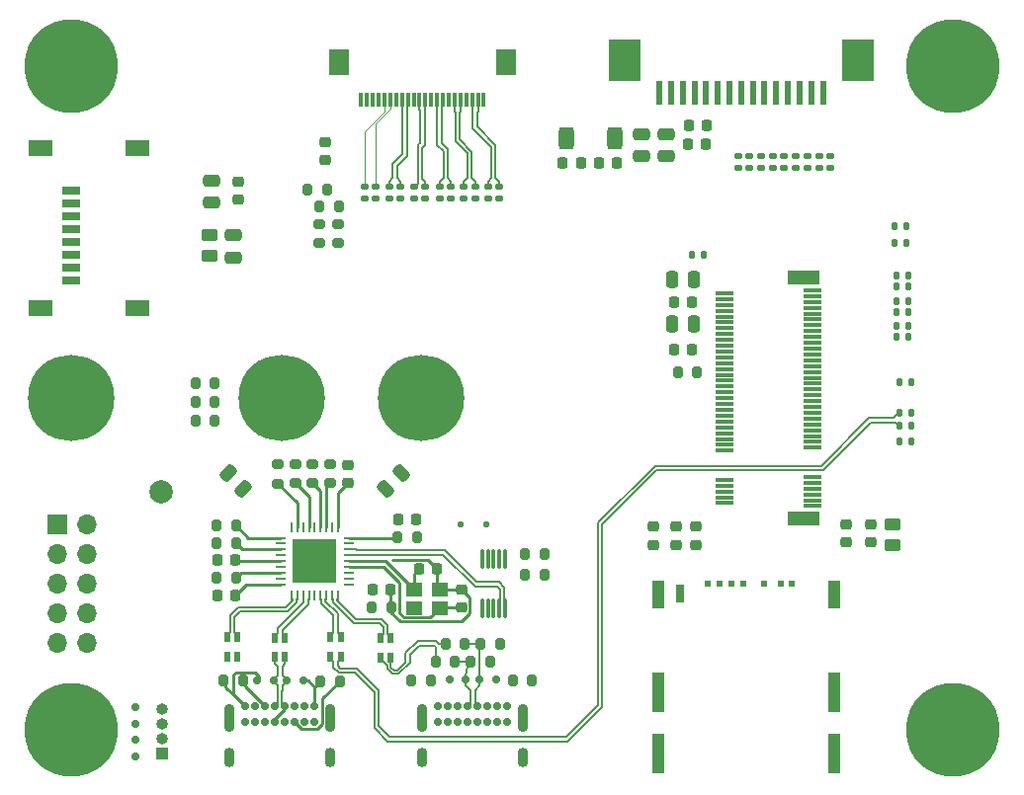
<source format=gbr>
%TF.GenerationSoftware,KiCad,Pcbnew,8.0.3*%
%TF.CreationDate,2024-11-01T12:04:32+00:00*%
%TF.ProjectId,CM4RadarBoard,434d3452-6164-4617-9242-6f6172642e6b,rev?*%
%TF.SameCoordinates,Original*%
%TF.FileFunction,Copper,L6,Bot*%
%TF.FilePolarity,Positive*%
%FSLAX46Y46*%
G04 Gerber Fmt 4.6, Leading zero omitted, Abs format (unit mm)*
G04 Created by KiCad (PCBNEW 8.0.3) date 2024-11-01 12:04:32*
%MOMM*%
%LPD*%
G01*
G04 APERTURE LIST*
G04 Aperture macros list*
%AMRoundRect*
0 Rectangle with rounded corners*
0 $1 Rounding radius*
0 $2 $3 $4 $5 $6 $7 $8 $9 X,Y pos of 4 corners*
0 Add a 4 corners polygon primitive as box body*
4,1,4,$2,$3,$4,$5,$6,$7,$8,$9,$2,$3,0*
0 Add four circle primitives for the rounded corners*
1,1,$1+$1,$2,$3*
1,1,$1+$1,$4,$5*
1,1,$1+$1,$6,$7*
1,1,$1+$1,$8,$9*
0 Add four rect primitives between the rounded corners*
20,1,$1+$1,$2,$3,$4,$5,0*
20,1,$1+$1,$4,$5,$6,$7,0*
20,1,$1+$1,$6,$7,$8,$9,0*
20,1,$1+$1,$8,$9,$2,$3,0*%
G04 Aperture macros list end*
%TA.AperFunction,SMDPad,CuDef*%
%ADD10R,0.550000X0.500000*%
%TD*%
%TA.AperFunction,SMDPad,CuDef*%
%ADD11R,0.800000X1.500000*%
%TD*%
%TA.AperFunction,SMDPad,CuDef*%
%ADD12R,1.000000X2.400000*%
%TD*%
%TA.AperFunction,SMDPad,CuDef*%
%ADD13R,1.000000X3.400000*%
%TD*%
%TA.AperFunction,ComponentPad*%
%ADD14C,7.400000*%
%TD*%
%TA.AperFunction,SMDPad,CuDef*%
%ADD15R,1.550000X0.300000*%
%TD*%
%TA.AperFunction,SMDPad,CuDef*%
%ADD16R,2.750000X1.200000*%
%TD*%
%TA.AperFunction,ComponentPad*%
%ADD17C,0.700000*%
%TD*%
%TA.AperFunction,ComponentPad*%
%ADD18O,0.900000X2.400000*%
%TD*%
%TA.AperFunction,ComponentPad*%
%ADD19O,0.900000X1.700000*%
%TD*%
%TA.AperFunction,ComponentPad*%
%ADD20R,1.700000X1.700000*%
%TD*%
%TA.AperFunction,ComponentPad*%
%ADD21O,1.700000X1.700000*%
%TD*%
%TA.AperFunction,ComponentPad*%
%ADD22C,0.900000*%
%TD*%
%TA.AperFunction,ComponentPad*%
%ADD23C,8.000000*%
%TD*%
%TA.AperFunction,SMDPad,CuDef*%
%ADD24RoundRect,0.135000X-0.185000X0.135000X-0.185000X-0.135000X0.185000X-0.135000X0.185000X0.135000X0*%
%TD*%
%TA.AperFunction,SMDPad,CuDef*%
%ADD25RoundRect,0.250000X0.512652X0.159099X0.159099X0.512652X-0.512652X-0.159099X-0.159099X-0.512652X0*%
%TD*%
%TA.AperFunction,SMDPad,CuDef*%
%ADD26RoundRect,0.135000X-0.135000X-0.185000X0.135000X-0.185000X0.135000X0.185000X-0.135000X0.185000X0*%
%TD*%
%TA.AperFunction,SMDPad,CuDef*%
%ADD27RoundRect,0.225000X0.225000X0.250000X-0.225000X0.250000X-0.225000X-0.250000X0.225000X-0.250000X0*%
%TD*%
%TA.AperFunction,SMDPad,CuDef*%
%ADD28RoundRect,0.150000X0.150000X0.200000X-0.150000X0.200000X-0.150000X-0.200000X0.150000X-0.200000X0*%
%TD*%
%TA.AperFunction,SMDPad,CuDef*%
%ADD29RoundRect,0.250000X0.450000X-0.262500X0.450000X0.262500X-0.450000X0.262500X-0.450000X-0.262500X0*%
%TD*%
%TA.AperFunction,SMDPad,CuDef*%
%ADD30RoundRect,0.200000X-0.200000X-0.275000X0.200000X-0.275000X0.200000X0.275000X-0.200000X0.275000X0*%
%TD*%
%TA.AperFunction,SMDPad,CuDef*%
%ADD31RoundRect,0.225000X-0.250000X0.225000X-0.250000X-0.225000X0.250000X-0.225000X0.250000X0.225000X0*%
%TD*%
%TA.AperFunction,SMDPad,CuDef*%
%ADD32RoundRect,0.025500X0.229500X0.354500X-0.229500X0.354500X-0.229500X-0.354500X0.229500X-0.354500X0*%
%TD*%
%TA.AperFunction,SMDPad,CuDef*%
%ADD33R,0.300000X1.300000*%
%TD*%
%TA.AperFunction,SMDPad,CuDef*%
%ADD34R,1.800000X2.200000*%
%TD*%
%TA.AperFunction,SMDPad,CuDef*%
%ADD35RoundRect,0.225000X0.250000X-0.225000X0.250000X0.225000X-0.250000X0.225000X-0.250000X-0.225000X0*%
%TD*%
%TA.AperFunction,SMDPad,CuDef*%
%ADD36RoundRect,0.150000X-0.200000X0.150000X-0.200000X-0.150000X0.200000X-0.150000X0.200000X0.150000X0*%
%TD*%
%TA.AperFunction,SMDPad,CuDef*%
%ADD37RoundRect,0.250000X0.250000X0.475000X-0.250000X0.475000X-0.250000X-0.475000X0.250000X-0.475000X0*%
%TD*%
%TA.AperFunction,SMDPad,CuDef*%
%ADD38RoundRect,0.225000X-0.225000X-0.250000X0.225000X-0.250000X0.225000X0.250000X-0.225000X0.250000X0*%
%TD*%
%TA.AperFunction,SMDPad,CuDef*%
%ADD39RoundRect,0.135000X0.185000X-0.135000X0.185000X0.135000X-0.185000X0.135000X-0.185000X-0.135000X0*%
%TD*%
%TA.AperFunction,SMDPad,CuDef*%
%ADD40RoundRect,0.150000X-0.150000X-0.200000X0.150000X-0.200000X0.150000X0.200000X-0.150000X0.200000X0*%
%TD*%
%TA.AperFunction,SMDPad,CuDef*%
%ADD41RoundRect,0.200000X0.200000X0.275000X-0.200000X0.275000X-0.200000X-0.275000X0.200000X-0.275000X0*%
%TD*%
%TA.AperFunction,SMDPad,CuDef*%
%ADD42RoundRect,0.087500X-0.087500X0.725000X-0.087500X-0.725000X0.087500X-0.725000X0.087500X0.725000X0*%
%TD*%
%TA.AperFunction,SMDPad,CuDef*%
%ADD43RoundRect,0.135000X0.135000X0.185000X-0.135000X0.185000X-0.135000X-0.185000X0.135000X-0.185000X0*%
%TD*%
%TA.AperFunction,SMDPad,CuDef*%
%ADD44RoundRect,0.200000X0.275000X-0.200000X0.275000X0.200000X-0.275000X0.200000X-0.275000X-0.200000X0*%
%TD*%
%TA.AperFunction,SMDPad,CuDef*%
%ADD45RoundRect,0.249999X-0.387501X-0.700001X0.387501X-0.700001X0.387501X0.700001X-0.387501X0.700001X0*%
%TD*%
%TA.AperFunction,SMDPad,CuDef*%
%ADD46RoundRect,0.250000X-0.475000X0.250000X-0.475000X-0.250000X0.475000X-0.250000X0.475000X0.250000X0*%
%TD*%
%TA.AperFunction,SMDPad,CuDef*%
%ADD47R,1.500000X0.800000*%
%TD*%
%TA.AperFunction,SMDPad,CuDef*%
%ADD48R,2.000000X1.450000*%
%TD*%
%TA.AperFunction,SMDPad,CuDef*%
%ADD49RoundRect,0.250000X0.159099X-0.512652X0.512652X-0.159099X-0.159099X0.512652X-0.512652X0.159099X0*%
%TD*%
%TA.AperFunction,SMDPad,CuDef*%
%ADD50RoundRect,0.200000X-0.275000X0.200000X-0.275000X-0.200000X0.275000X-0.200000X0.275000X0.200000X0*%
%TD*%
%TA.AperFunction,SMDPad,CuDef*%
%ADD51RoundRect,0.250000X0.475000X-0.250000X0.475000X0.250000X-0.475000X0.250000X-0.475000X-0.250000X0*%
%TD*%
%TA.AperFunction,SMDPad,CuDef*%
%ADD52RoundRect,0.062500X0.062500X-0.350000X0.062500X0.350000X-0.062500X0.350000X-0.062500X-0.350000X0*%
%TD*%
%TA.AperFunction,SMDPad,CuDef*%
%ADD53RoundRect,0.062500X0.350000X-0.062500X0.350000X0.062500X-0.350000X0.062500X-0.350000X-0.062500X0*%
%TD*%
%TA.AperFunction,HeatsinkPad*%
%ADD54R,3.700000X3.700000*%
%TD*%
%TA.AperFunction,ComponentPad*%
%ADD55R,1.000000X1.000000*%
%TD*%
%TA.AperFunction,ComponentPad*%
%ADD56O,1.000000X1.000000*%
%TD*%
%TA.AperFunction,SMDPad,CuDef*%
%ADD57RoundRect,0.125000X-0.125000X-0.125000X0.125000X-0.125000X0.125000X0.125000X-0.125000X0.125000X0*%
%TD*%
%TA.AperFunction,SMDPad,CuDef*%
%ADD58R,1.400000X1.200000*%
%TD*%
%TA.AperFunction,SMDPad,CuDef*%
%ADD59R,0.610000X2.000000*%
%TD*%
%TA.AperFunction,SMDPad,CuDef*%
%ADD60R,2.680000X3.600000*%
%TD*%
%TA.AperFunction,SMDPad,CuDef*%
%ADD61RoundRect,0.150000X0.200000X-0.150000X0.200000X0.150000X-0.200000X0.150000X-0.200000X-0.150000X0*%
%TD*%
%TA.AperFunction,SMDPad,CuDef*%
%ADD62C,2.000000*%
%TD*%
%TA.AperFunction,Conductor*%
%ADD63C,0.100000*%
%TD*%
%TA.AperFunction,Conductor*%
%ADD64C,0.250000*%
%TD*%
%TA.AperFunction,Conductor*%
%ADD65C,0.160000*%
%TD*%
%TA.AperFunction,Conductor*%
%ADD66C,0.140000*%
%TD*%
G04 APERTURE END LIST*
D10*
%TO.P,J10,C1,VCC*%
%TO.N,/SIM_PWR*%
X95565000Y-84399000D03*
%TO.P,J10,C2,RST*%
%TO.N,/SIM_RST*%
X97565000Y-84399000D03*
%TO.P,J10,C3,CLK*%
%TO.N,/SIM_CLK*%
X101755000Y-84399000D03*
%TO.P,J10,C5,GND*%
%TO.N,GND*%
X94565000Y-84399000D03*
%TO.P,J10,C6,VPP*%
%TO.N,unconnected-(J10-VPP-PadC6)*%
X96565000Y-84399000D03*
%TO.P,J10,C7,I/O*%
%TO.N,/SIM_DATA*%
X100755000Y-84399000D03*
%TO.P,J10,C8,DETECT_SWITCH*%
%TO.N,/SIM_SW*%
X99350000Y-84399000D03*
D11*
%TO.P,J10,C9,DETECT_LEVER*%
%TO.N,GND*%
X92200000Y-85220000D03*
D12*
%TO.P,J10,MP2,MP3*%
X90300000Y-85300000D03*
D13*
%TO.P,J10,MP3,MP4*%
X90300000Y-93700000D03*
%TO.P,J10,MP4,MP5*%
X90300000Y-98999000D03*
%TO.P,J10,MP5,MP6*%
X105400000Y-98999000D03*
%TO.P,J10,MP6,MP7*%
X105400000Y-93700000D03*
D12*
%TO.P,J10,MP7,MP8*%
X105400000Y-85300000D03*
%TD*%
D14*
%TO.P,J9,1,1*%
%TO.N,GND*%
X70000000Y-68500000D03*
%TD*%
%TO.P,J8,1,1*%
%TO.N,GND*%
X58000000Y-68500000D03*
%TD*%
%TO.P,J7,1,1*%
%TO.N,GND*%
X40000000Y-68500000D03*
%TD*%
D15*
%TO.P,J3,1,CONFIG_3*%
%TO.N,Net-(J3-CONFIG_3)*%
X103506000Y-77750000D03*
%TO.P,J3,2,3.3v*%
%TO.N,+3V3*%
X95956000Y-77500000D03*
%TO.P,J3,3,GND*%
%TO.N,GND*%
X103506000Y-77250000D03*
%TO.P,J3,4,3.3v*%
%TO.N,+3V3*%
X95956000Y-77000000D03*
%TO.P,J3,5,GND*%
%TO.N,GND*%
X103506000Y-76750000D03*
%TO.P,J3,6,PWRn*%
%TO.N,Net-(J3-PWRn)*%
X95956000Y-76500000D03*
%TO.P,J3,7,USB_D_p*%
%TO.N,/CM4HighSpeed/RM2USB_P*%
X103506000Y-76250000D03*
%TO.P,J3,8,W_DISABLE*%
%TO.N,Net-(J3-W_DISABLE)*%
X95956000Y-76000000D03*
%TO.P,J3,9,USB_D_n*%
%TO.N,/CM4HighSpeed/RM2USB_N*%
X103506000Y-75750000D03*
%TO.P,J3,10,GPIO_9*%
%TO.N,Net-(J3-GPIO_9)*%
X95956000Y-75500000D03*
%TO.P,J3,11,GND*%
%TO.N,GND*%
X103506000Y-75250000D03*
%TO.P,J3,20,GPIO_5*%
%TO.N,unconnected-(J3-GPIO_5-Pad20)*%
X95956000Y-73000000D03*
%TO.P,J3,21,CONFIG_0*%
%TO.N,Net-(J3-CONFIG_0)*%
X103506000Y-72750000D03*
%TO.P,J3,22,GPIO_6*%
%TO.N,unconnected-(J3-GPIO_6-Pad22)*%
X95956000Y-72500000D03*
%TO.P,J3,23,GPIO_11*%
%TO.N,Net-(J3-GPIO_11)*%
X103506000Y-72250000D03*
%TO.P,J3,24,GPIO_7*%
%TO.N,unconnected-(J3-GPIO_7-Pad24)*%
X95956000Y-72000000D03*
%TO.P,J3,25,DPR*%
%TO.N,unconnected-(J3-DPR-Pad25)*%
X103506000Y-71750000D03*
%TO.P,J3,26,GPIO_10*%
%TO.N,Net-(J3-GPIO_10)*%
X95956000Y-71500000D03*
%TO.P,J3,27,GND*%
%TO.N,GND*%
X103506000Y-71250000D03*
%TO.P,J3,28,GPIO_8*%
%TO.N,unconnected-(J3-GPIO_8-Pad28)*%
X95956000Y-71000000D03*
%TO.P,J3,29,PER1_n*%
%TO.N,unconnected-(J3-PER1_n-Pad29)*%
X103506000Y-70750000D03*
%TO.P,J3,30,UIM_RST*%
%TO.N,/SIM_PWR*%
X95956000Y-70500000D03*
%TO.P,J3,31,PER1_p*%
%TO.N,unconnected-(J3-PER1_p-Pad31)*%
X103506000Y-70250000D03*
%TO.P,J3,32,UIM_CLK*%
%TO.N,/SIM_DATA*%
X95956000Y-70000000D03*
%TO.P,J3,33,GND*%
%TO.N,GND*%
X103506000Y-69750000D03*
%TO.P,J3,34,UIM_DATA*%
%TO.N,/SIM_CLK*%
X95956000Y-69500000D03*
%TO.P,J3,35,PET1_n*%
%TO.N,unconnected-(J3-PET1_n-Pad35)*%
X103506000Y-69250000D03*
%TO.P,J3,36,UIM_PWR*%
%TO.N,/SIM_RST*%
X95956000Y-69000000D03*
%TO.P,J3,37,PET1_p*%
%TO.N,unconnected-(J3-PET1_p-Pad37)*%
X103506000Y-68750000D03*
%TO.P,J3,38,DEVSLP*%
%TO.N,unconnected-(J3-DEVSLP-Pad38)*%
X95956000Y-68500000D03*
%TO.P,J3,39,GND*%
%TO.N,GND*%
X103506000Y-68250000D03*
%TO.P,J3,40,GPIO_0*%
%TO.N,Net-(J3-GPIO_0)*%
X95956000Y-68000000D03*
%TO.P,J3,41,PER0_n*%
%TO.N,/CM4HighSpeed/RPCIE_RX_N*%
X103506000Y-67750000D03*
%TO.P,J3,42,GPIO_1*%
%TO.N,Net-(J3-GPIO_1)*%
X95956000Y-67500000D03*
%TO.P,J3,43,PER0_p*%
%TO.N,/CM4HighSpeed/RPCIE_RX_P*%
X103506000Y-67250000D03*
%TO.P,J3,44,GPIO_2*%
%TO.N,Net-(J3-GPIO_2)*%
X95956000Y-67000000D03*
%TO.P,J3,45,GND*%
%TO.N,GND*%
X103506000Y-66750000D03*
%TO.P,J3,46,GPIO_3*%
%TO.N,Net-(J3-GPIO_3)*%
X95956000Y-66500000D03*
%TO.P,J3,47,PET0_n*%
%TO.N,/CM4HighSpeed/RPCIE_TX_N*%
X103506000Y-66250000D03*
%TO.P,J3,48,GPIO_4*%
%TO.N,Net-(J3-GPIO_4)*%
X95956000Y-66000000D03*
%TO.P,J3,49,PET0_p*%
%TO.N,/CM4HighSpeed/RPCIE_TX_P*%
X103506000Y-65750000D03*
%TO.P,J3,50,PERSTn*%
%TO.N,/CM4HighSpeed/PCIE_nRST*%
X95956000Y-65500000D03*
%TO.P,J3,51,GND*%
%TO.N,GND*%
X103506000Y-65250000D03*
%TO.P,J3,52,CLKREQn*%
%TO.N,/CM4HighSpeed/PCIE_nCLKREQ*%
X95956000Y-65000000D03*
%TO.P,J3,53,REFCLK_n*%
%TO.N,/CM4HighSpeed/RPCIE_CK_N*%
X103506000Y-64750000D03*
%TO.P,J3,54,PEWAKEn*%
%TO.N,Net-(J3-PEWAKEn)*%
X95956000Y-64500000D03*
%TO.P,J3,55,REFCLK_p*%
%TO.N,/CM4HighSpeed/RPCIE_CK_P*%
X103506000Y-64250000D03*
%TO.P,J3,56,N/C*%
%TO.N,unconnected-(J3-N{slash}C-Pad56)*%
X95956000Y-64000000D03*
%TO.P,J3,57,GND*%
%TO.N,GND*%
X103506000Y-63750000D03*
%TO.P,J3,58,N/C*%
%TO.N,unconnected-(J3-N{slash}C-Pad58)*%
X95956000Y-63500000D03*
%TO.P,J3,59,ANTCTL0*%
%TO.N,unconnected-(J3-ANTCTL0-Pad59)*%
X103506000Y-63250000D03*
%TO.P,J3,60,COEX3*%
%TO.N,unconnected-(J3-COEX3-Pad60)*%
X95956000Y-63000000D03*
%TO.P,J3,61,ANTCTL1*%
%TO.N,unconnected-(J3-ANTCTL1-Pad61)*%
X103506000Y-62750000D03*
%TO.P,J3,62,COEX2*%
%TO.N,unconnected-(J3-COEX2-Pad62)*%
X95956000Y-62500000D03*
%TO.P,J3,63,ANTCTL2*%
%TO.N,unconnected-(J3-ANTCTL2-Pad63)*%
X103506000Y-62250000D03*
%TO.P,J3,64,COEX1*%
%TO.N,unconnected-(J3-COEX1-Pad64)*%
X95956000Y-62000000D03*
%TO.P,J3,65,ANTCTL3*%
%TO.N,unconnected-(J3-ANTCTL3-Pad65)*%
X103506000Y-61750000D03*
%TO.P,J3,66,SIM_DETECT*%
%TO.N,Net-(J3-SIM_DETECT)*%
X95956000Y-61500000D03*
%TO.P,J3,67,RESETn*%
%TO.N,Net-(J3-RESETn)*%
X103506000Y-61250000D03*
%TO.P,J3,68,SUSCLK*%
%TO.N,Net-(J3-SUSCLK)*%
X95956000Y-61000000D03*
%TO.P,J3,69,CONFIG_1*%
%TO.N,Net-(J3-CONFIG_1)*%
X103506000Y-60750000D03*
%TO.P,J3,70,3.3v*%
%TO.N,+3V3*%
X95956000Y-60500000D03*
%TO.P,J3,71,GND*%
%TO.N,GND*%
X103506000Y-60250000D03*
%TO.P,J3,72,3.3v*%
%TO.N,+3V3*%
X95956000Y-60000000D03*
%TO.P,J3,73,GND*%
%TO.N,GND*%
X103506000Y-59750000D03*
%TO.P,J3,74,3.3v*%
%TO.N,+3V3*%
X95956000Y-59500000D03*
%TO.P,J3,75,CONFIG_2*%
%TO.N,Net-(J3-CONFIG_2)*%
X103506000Y-59250000D03*
D16*
%TO.P,J3,MP1,MP1*%
%TO.N,GND*%
X102731000Y-78850000D03*
%TO.P,J3,MP2,MP2*%
X102731000Y-58150000D03*
%TD*%
D17*
%TO.P,J13,A1,GND*%
%TO.N,GND*%
X71435000Y-94925000D03*
%TO.P,J13,A4,VBUS*%
%TO.N,/USB/USBDevAttach*%
X72285000Y-94925000D03*
%TO.P,J13,A5,CC1*%
%TO.N,Net-(J13-CC1)*%
X73135000Y-94925000D03*
%TO.P,J13,A6,D+*%
%TO.N,/USB/USBDev_P*%
X73985000Y-94925000D03*
%TO.P,J13,A7,D-*%
%TO.N,/USB/USBDev_N*%
X74835000Y-94925000D03*
%TO.P,J13,A8,SBU1*%
%TO.N,unconnected-(J13-SBU1-PadA8)*%
X75685000Y-94925000D03*
%TO.P,J13,A9,VBUS*%
%TO.N,/USB/USBDevAttach*%
X76535000Y-94925000D03*
%TO.P,J13,A12,GND*%
%TO.N,GND*%
X77385000Y-94925000D03*
%TO.P,J13,B1,GND*%
X77385000Y-96275000D03*
%TO.P,J13,B4,VBUS*%
%TO.N,/USB/USBDevAttach*%
X76535000Y-96275000D03*
%TO.P,J13,B5,CC2*%
%TO.N,Net-(J13-CC2)*%
X75685000Y-96275000D03*
%TO.P,J13,B6,D+*%
%TO.N,/USB/USBDev_P*%
X74835000Y-96275000D03*
%TO.P,J13,B7,D-*%
%TO.N,/USB/USBDev_N*%
X73985000Y-96275000D03*
%TO.P,J13,B8,SBU2*%
%TO.N,unconnected-(J13-SBU2-PadB8)*%
X73135000Y-96275000D03*
%TO.P,J13,B9,VBUS*%
%TO.N,/USB/USBDevAttach*%
X72285000Y-96275000D03*
%TO.P,J13,B12,GND*%
%TO.N,GND*%
X71435000Y-96275000D03*
D18*
%TO.P,J13,S1,SHIELD*%
%TO.N,unconnected-(J13-SHIELD-PadS1)*%
X70085000Y-95905000D03*
D19*
X70085000Y-99285000D03*
D18*
X78735000Y-95905000D03*
D19*
X78735000Y-99285000D03*
%TD*%
D20*
%TO.P,J6,1,Pin_1*%
%TO.N,unconnected-(J6-Pin_1-Pad1)*%
X38860000Y-79340000D03*
D21*
%TO.P,J6,2,Pin_2*%
%TO.N,unconnected-(J6-Pin_2-Pad2)*%
X41400000Y-79340000D03*
%TO.P,J6,3,Pin_3*%
%TO.N,unconnected-(J6-Pin_3-Pad3)*%
X38860000Y-81880000D03*
%TO.P,J6,4,Pin_4*%
%TO.N,unconnected-(J6-Pin_4-Pad4)*%
X41400000Y-81880000D03*
%TO.P,J6,5,Pin_5*%
%TO.N,unconnected-(J6-Pin_5-Pad5)*%
X38860000Y-84420000D03*
%TO.P,J6,6,Pin_6*%
%TO.N,unconnected-(J6-Pin_6-Pad6)*%
X41400000Y-84420000D03*
%TO.P,J6,7,Pin_7*%
%TO.N,unconnected-(J6-Pin_7-Pad7)*%
X38860000Y-86960000D03*
%TO.P,J6,8,Pin_8*%
%TO.N,unconnected-(J6-Pin_8-Pad8)*%
X41400000Y-86960000D03*
%TO.P,J6,9,Pin_9*%
%TO.N,unconnected-(J6-Pin_9-Pad9)*%
X38860000Y-89500000D03*
%TO.P,J6,10,Pin_10*%
%TO.N,unconnected-(J6-Pin_10-Pad10)*%
X41400000Y-89500000D03*
%TD*%
D22*
%TO.P,H2,1,1*%
%TO.N,GND*%
X112552300Y-40000000D03*
X113430980Y-37878680D03*
X113430980Y-42121320D03*
X115552300Y-37000000D03*
D23*
X115552300Y-40000000D03*
D22*
X115552300Y-43000000D03*
X117673620Y-37878680D03*
X117673620Y-42121320D03*
X118552300Y-40000000D03*
%TD*%
D17*
%TO.P,J12,A1,GND*%
%TO.N,GND*%
X54915000Y-94925000D03*
%TO.P,J12,A4,VBUS*%
%TO.N,Net-(D6-A)*%
X55765000Y-94925000D03*
%TO.P,J12,A5,CC1*%
%TO.N,Net-(J12-CC1)*%
X56615000Y-94925000D03*
%TO.P,J12,A6,D+*%
%TO.N,/USB/USBHOST0_P*%
X57465000Y-94925000D03*
%TO.P,J12,A7,D-*%
%TO.N,/USB/USBHOST0_N*%
X58315000Y-94925000D03*
%TO.P,J12,A8,SBU1*%
%TO.N,unconnected-(J12-SBU1-PadA8)*%
X59165000Y-94925000D03*
%TO.P,J12,A9,VBUS*%
%TO.N,Net-(D6-A)*%
X60015000Y-94925000D03*
%TO.P,J12,A12,GND*%
%TO.N,GND*%
X60865000Y-94925000D03*
%TO.P,J12,B1,GND*%
X60865000Y-96275000D03*
%TO.P,J12,B4,VBUS*%
%TO.N,Net-(D6-A)*%
X60015000Y-96275000D03*
%TO.P,J12,B5,CC2*%
%TO.N,Net-(J12-CC2)*%
X59165000Y-96275000D03*
%TO.P,J12,B6,D+*%
%TO.N,/USB/USBHOST0_P*%
X58315000Y-96275000D03*
%TO.P,J12,B7,D-*%
%TO.N,/USB/USBHOST0_N*%
X57465000Y-96275000D03*
%TO.P,J12,B8,SBU2*%
%TO.N,unconnected-(J12-SBU2-PadB8)*%
X56615000Y-96275000D03*
%TO.P,J12,B9,VBUS*%
%TO.N,Net-(D6-A)*%
X55765000Y-96275000D03*
%TO.P,J12,B12,GND*%
%TO.N,GND*%
X54915000Y-96275000D03*
D18*
%TO.P,J12,S1,SHIELD*%
%TO.N,unconnected-(J12-SHIELD-PadS1)*%
X53565000Y-95905000D03*
D19*
X53565000Y-99285000D03*
D18*
X62215000Y-95905000D03*
D19*
X62215000Y-99285000D03*
%TD*%
D22*
%TO.P,H1,1,1*%
%TO.N,GND*%
X37000000Y-40000000D03*
X37878680Y-37878680D03*
X37878680Y-42121320D03*
X40000000Y-37000000D03*
D23*
X40000000Y-40000000D03*
D22*
X40000000Y-43000000D03*
X42121320Y-37878680D03*
X42121320Y-42121320D03*
X43000000Y-40000000D03*
%TD*%
%TO.P,H3,1,1*%
%TO.N,GND*%
X37000000Y-96896000D03*
X37878680Y-94774680D03*
X37878680Y-99017320D03*
X40000000Y-93896000D03*
D23*
X40000000Y-96896000D03*
D22*
X40000000Y-99896000D03*
X42121320Y-94774680D03*
X42121320Y-99017320D03*
X43000000Y-96896000D03*
%TD*%
%TO.P,H4,1,1*%
%TO.N,GND*%
X112552300Y-96896000D03*
X113430980Y-94774680D03*
X113430980Y-99017320D03*
X115552300Y-93896000D03*
D23*
X115552300Y-96896000D03*
D22*
X115552300Y-99896000D03*
X117673620Y-94774680D03*
X117673620Y-99017320D03*
X118552300Y-96896000D03*
%TD*%
D24*
%TO.P,R48,1*%
%TO.N,/CM4LowSpeed/CAM1_PGOOD*%
X102050000Y-47730000D03*
%TO.P,R48,2*%
%TO.N,Net-(J4-Pin_12)*%
X102050000Y-48750000D03*
%TD*%
%TO.P,R44,1*%
%TO.N,/CM4LowSpeed/CAM1_MISO*%
X98130000Y-47710000D03*
%TO.P,R44,2*%
%TO.N,Net-(J4-Pin_8)*%
X98130000Y-48730000D03*
%TD*%
D25*
%TO.P,C59,1*%
%TO.N,+3V3*%
X54771751Y-76271751D03*
%TO.P,C59,2*%
%TO.N,GND*%
X53428249Y-74928249D03*
%TD*%
D26*
%TO.P,R29,1*%
%TO.N,/SIM_SW*%
X93204000Y-56220000D03*
%TO.P,R29,2*%
%TO.N,Net-(J3-SIM_DETECT)*%
X94224000Y-56220000D03*
%TD*%
D27*
%TO.P,C14,1*%
%TO.N,+5VRadar1*%
X86775000Y-48300000D03*
%TO.P,C14,2*%
%TO.N,GND*%
X85225000Y-48300000D03*
%TD*%
D28*
%TO.P,D8,1,K*%
%TO.N,/USB/USBDev_N*%
X75000000Y-92590000D03*
%TO.P,D8,2,A*%
%TO.N,GND*%
X76400000Y-92590000D03*
%TD*%
D29*
%TO.P,C65,1*%
%TO.N,/SIM_PWR*%
X110400000Y-81112500D03*
%TO.P,C65,2*%
%TO.N,GND*%
X110400000Y-79287500D03*
%TD*%
D30*
%TO.P,R91,1*%
%TO.N,/USB/USBHOST1_P*%
X71235000Y-91120000D03*
%TO.P,R91,2*%
%TO.N,/USB/USBDev_P*%
X72885000Y-91120000D03*
%TD*%
D31*
%TO.P,C53,1*%
%TO.N,/SIM_CLK*%
X106400000Y-79325000D03*
%TO.P,C53,2*%
%TO.N,GND*%
X106400000Y-80875000D03*
%TD*%
D30*
%TO.P,R98,1*%
%TO.N,Net-(U2-SUSP_IND{slash}LOCAL_PWR{slash}NON_REM0)*%
X67975000Y-80400000D03*
%TO.P,R98,2*%
%TO.N,GND*%
X69625000Y-80400000D03*
%TD*%
D32*
%TO.P,FL4,1,1*%
%TO.N,/USB/USBHUB3_N*%
X54235000Y-88965000D03*
%TO.P,FL4,2,2*%
%TO.N,/USB/USBHOST2_N*%
X54235000Y-90635000D03*
%TO.P,FL4,3,3*%
%TO.N,/USB/USBHOST2_P*%
X53365000Y-90635000D03*
%TO.P,FL4,4,4*%
%TO.N,/USB/USBHUB3_P*%
X53365000Y-88965000D03*
%TD*%
D33*
%TO.P,J2,1,Pin_1*%
%TO.N,+3V3*%
X64850000Y-42950000D03*
%TO.P,J2,2,Pin_2*%
%TO.N,/CAM1_SDA*%
X65350000Y-42950000D03*
%TO.P,J2,3,Pin_3*%
%TO.N,/CAM1_SCL*%
X65850000Y-42950000D03*
%TO.P,J2,4,Pin_4*%
%TO.N,GND*%
X66350000Y-42950000D03*
%TO.P,J2,5,Pin_5*%
%TO.N,Net-(J2-Pin_5)*%
X66850000Y-42950000D03*
%TO.P,J2,6,Pin_6*%
%TO.N,Net-(J2-Pin_6)*%
X67350000Y-42950000D03*
%TO.P,J2,7,Pin_7*%
%TO.N,GND*%
X67850000Y-42950000D03*
%TO.P,J2,8,Pin_8*%
%TO.N,/CM4HighSpeed/RCAM1_D3_P*%
X68350000Y-42950000D03*
%TO.P,J2,9,Pin_9*%
%TO.N,/CM4HighSpeed/RCAM1_D3_N*%
X68850000Y-42950000D03*
%TO.P,J2,10,Pin_10*%
%TO.N,GND*%
X69350000Y-42950000D03*
%TO.P,J2,11,Pin_11*%
%TO.N,/CM4HighSpeed/RCAM1_D2_P*%
X69850000Y-42950000D03*
%TO.P,J2,12,Pin_12*%
%TO.N,/CM4HighSpeed/RCAM1_D2_N*%
X70350000Y-42950000D03*
%TO.P,J2,13,Pin_13*%
%TO.N,GND*%
X70850000Y-42950000D03*
%TO.P,J2,14,Pin_14*%
%TO.N,/CM4HighSpeed/RCAM1_CK_P*%
X71350000Y-42950000D03*
%TO.P,J2,15,Pin_15*%
%TO.N,/CM4HighSpeed/RCAM1_CK_N*%
X71850000Y-42950000D03*
%TO.P,J2,16,Pin_16*%
%TO.N,GND*%
X72350000Y-42950000D03*
%TO.P,J2,17,Pin_17*%
%TO.N,/CM4HighSpeed/RCAM1_D1_P*%
X72850000Y-42950000D03*
%TO.P,J2,18,Pin_18*%
%TO.N,/CM4HighSpeed/RCAM1_D1_N*%
X73350000Y-42950000D03*
%TO.P,J2,19,Pin_19*%
%TO.N,GND*%
X73850000Y-42950000D03*
%TO.P,J2,20,Pin_20*%
%TO.N,/CM4HighSpeed/RCAM1_D0_P*%
X74350000Y-42950000D03*
%TO.P,J2,21,Pin_21*%
%TO.N,/CM4HighSpeed/RCAM1_D0_N*%
X74850000Y-42950000D03*
%TO.P,J2,22,Pin_22*%
%TO.N,GND*%
X75350000Y-42950000D03*
D34*
%TO.P,J2,MP,MountPin*%
X62950000Y-39700000D03*
X77250000Y-39700000D03*
%TD*%
D35*
%TO.P,C61,1*%
%TO.N,+3V3*%
X63700000Y-75775000D03*
%TO.P,C61,2*%
%TO.N,GND*%
X63700000Y-74225000D03*
%TD*%
D24*
%TO.P,R46,1*%
%TO.N,/CM4LowSpeed/CAM1_SYNCIN*%
X100110000Y-47710000D03*
%TO.P,R46,2*%
%TO.N,Net-(J4-Pin_10)*%
X100110000Y-48730000D03*
%TD*%
D36*
%TO.P,D11,1,K*%
%TO.N,/USB/USBHOST2_P*%
X45500000Y-96400000D03*
%TO.P,D11,2,A*%
%TO.N,GND*%
X45500000Y-95000000D03*
%TD*%
D37*
%TO.P,C3,1*%
%TO.N,+3V3*%
X93350000Y-58300000D03*
%TO.P,C3,2*%
%TO.N,GND*%
X91450000Y-58300000D03*
%TD*%
D38*
%TO.P,C12,1*%
%TO.N,Net-(Q4-D)*%
X82125000Y-48300000D03*
%TO.P,C12,2*%
%TO.N,GND*%
X83675000Y-48300000D03*
%TD*%
D35*
%TO.P,C55,1*%
%TO.N,Net-(U2-XTALIN{slash}CLKIN)*%
X73430000Y-86465000D03*
%TO.P,C55,2*%
%TO.N,GND*%
X73430000Y-84915000D03*
%TD*%
D39*
%TO.P,R17,1*%
%TO.N,/CM4HighSpeed/CAM1_LED_EN*%
X65150000Y-51410000D03*
%TO.P,R17,2*%
%TO.N,Net-(J2-Pin_5)*%
X65150000Y-50390000D03*
%TD*%
D27*
%TO.P,C58,1*%
%TO.N,Net-(U2-CRFILT)*%
X54075000Y-82400000D03*
%TO.P,C58,2*%
%TO.N,GND*%
X52525000Y-82400000D03*
%TD*%
D40*
%TO.P,D4,1,K*%
%TO.N,/USB/USBHOST0_P*%
X57350000Y-92720000D03*
%TO.P,D4,2,A*%
%TO.N,GND*%
X55950000Y-92720000D03*
%TD*%
D41*
%TO.P,R66,1*%
%TO.N,/CAM1_SCL*%
X62925000Y-52100000D03*
%TO.P,R66,2*%
%TO.N,+3V3*%
X61275000Y-52100000D03*
%TD*%
D26*
%TO.P,R40,1*%
%TO.N,/CM4HighSpeed/RPCIE_CK_P*%
X110674000Y-58010000D03*
%TO.P,R40,2*%
%TO.N,/CM4HighSpeed/PCIE_CK_P*%
X111694000Y-58010000D03*
%TD*%
D28*
%TO.P,D7,1,K*%
%TO.N,/USB/USBHOST0_N*%
X58472500Y-92720000D03*
%TO.P,D7,2,A*%
%TO.N,GND*%
X59872500Y-92720000D03*
%TD*%
D39*
%TO.P,R27,1*%
%TO.N,/CM4HighSpeed/CAM1_D0_P*%
X75700000Y-51410000D03*
%TO.P,R27,2*%
%TO.N,/CM4HighSpeed/RCAM1_D0_P*%
X75700000Y-50390000D03*
%TD*%
D42*
%TO.P,U1,1,VCC*%
%TO.N,+3V3*%
X75200000Y-82287500D03*
%TO.P,U1,2,SEL*%
%TO.N,/USB_OTG*%
X75700000Y-82287500D03*
%TO.P,U1,3,D+*%
%TO.N,/USB2_P*%
X76200000Y-82287500D03*
%TO.P,U1,4,D-*%
%TO.N,/USB2_N*%
X76700000Y-82287500D03*
%TO.P,U1,5,GND*%
%TO.N,GND*%
X77200000Y-82287500D03*
%TO.P,U1,6,HSD1-*%
%TO.N,/USB/USBHub_N*%
X77200000Y-86512500D03*
%TO.P,U1,7,HSD1+*%
%TO.N,/USB/USBHub_P*%
X76700000Y-86512500D03*
%TO.P,U1,8,HSD2-*%
%TO.N,/USB/RUSBDev_N*%
X76200000Y-86512500D03*
%TO.P,U1,9,HSD2+*%
%TO.N,/USB/RUSBDev_P*%
X75700000Y-86512500D03*
%TO.P,U1,10,~{OE}*%
%TO.N,GND*%
X75200000Y-86512500D03*
%TD*%
D29*
%TO.P,R82,1*%
%TO.N,+3V3*%
X51900000Y-56312500D03*
%TO.P,R82,2*%
%TO.N,Net-(J11-VDD)*%
X51900000Y-54487500D03*
%TD*%
D39*
%TO.P,R24,1*%
%TO.N,/CM4HighSpeed/CAM1_CK_N*%
X72550000Y-51410000D03*
%TO.P,R24,2*%
%TO.N,/CM4HighSpeed/RCAM1_CK_N*%
X72550000Y-50390000D03*
%TD*%
D24*
%TO.P,R49,1*%
%TO.N,/CM4LowSpeed/CAM1_MOSI*%
X103050000Y-47730000D03*
%TO.P,R49,2*%
%TO.N,Net-(J4-Pin_13)*%
X103050000Y-48750000D03*
%TD*%
D38*
%TO.P,C57,1*%
%TO.N,Net-(U2-PLLFILT)*%
X65825000Y-84900000D03*
%TO.P,C57,2*%
%TO.N,GND*%
X67375000Y-84900000D03*
%TD*%
D24*
%TO.P,R47,1*%
%TO.N,/CM4LowSpeed/CAM1_nRESET*%
X101070000Y-47730000D03*
%TO.P,R47,2*%
%TO.N,Net-(J4-Pin_11)*%
X101070000Y-48750000D03*
%TD*%
D26*
%TO.P,R31,1*%
%TO.N,Net-(J3-CONFIG_3)*%
X110984000Y-72230000D03*
%TO.P,R31,2*%
%TO.N,+3V3*%
X112004000Y-72230000D03*
%TD*%
D43*
%TO.P,R33,1*%
%TO.N,/CM4HighSpeed/RM2USB_N*%
X111944000Y-69760000D03*
%TO.P,R33,2*%
%TO.N,/M2USB_N*%
X110924000Y-69760000D03*
%TD*%
D30*
%TO.P,R92,1*%
%TO.N,/USB/USBDev_P*%
X74245000Y-91120000D03*
%TO.P,R92,2*%
%TO.N,/USB/RUSBDev_P*%
X75895000Y-91120000D03*
%TD*%
D39*
%TO.P,R26,1*%
%TO.N,/CM4HighSpeed/CAM1_D1_N*%
X74630000Y-51410000D03*
%TO.P,R26,2*%
%TO.N,/CM4HighSpeed/RCAM1_D1_N*%
X74630000Y-50390000D03*
%TD*%
D44*
%TO.P,R97,1*%
%TO.N,Net-(U2-SDA{slash}SMBDATA{slash}NON_REM1)*%
X59200000Y-75800000D03*
%TO.P,R97,2*%
%TO.N,GND*%
X59200000Y-74150000D03*
%TD*%
D45*
%TO.P,FB1,1*%
%TO.N,Net-(Q4-D)*%
X82387500Y-46200000D03*
%TO.P,FB1,2*%
%TO.N,+5VRadar1*%
X86612500Y-46200000D03*
%TD*%
D30*
%TO.P,R102,1*%
%TO.N,+3V3*%
X52475000Y-80900000D03*
%TO.P,R102,2*%
%TO.N,Net-(U2-PRTPWR2{slash}BC_EN2)*%
X54125000Y-80900000D03*
%TD*%
D35*
%TO.P,C2,1*%
%TO.N,+3V3*%
X61769998Y-48095000D03*
%TO.P,C2,2*%
%TO.N,GND*%
X61769998Y-46545000D03*
%TD*%
D41*
%TO.P,R85,1*%
%TO.N,Net-(J12-CC2)*%
X63025000Y-92750000D03*
%TO.P,R85,2*%
%TO.N,GND*%
X61375000Y-92750000D03*
%TD*%
D43*
%TO.P,R36,1*%
%TO.N,/CM4HighSpeed/RPCIE_RX_P*%
X111704000Y-62300000D03*
%TO.P,R36,2*%
%TO.N,/CM4HighSpeed/PCIE_RX_P*%
X110684000Y-62300000D03*
%TD*%
D46*
%TO.P,C17,1*%
%TO.N,+5VRadar1*%
X88900000Y-45850000D03*
%TO.P,C17,2*%
%TO.N,GND*%
X88900000Y-47750000D03*
%TD*%
D30*
%TO.P,R84,1*%
%TO.N,/USB_OTG*%
X78875000Y-81900000D03*
%TO.P,R84,2*%
%TO.N,GND*%
X80525000Y-81900000D03*
%TD*%
D41*
%TO.P,R83,1*%
%TO.N,/USB/USBDevAttach*%
X80525000Y-83600000D03*
%TO.P,R83,2*%
%TO.N,/USB_OTG*%
X78875000Y-83600000D03*
%TD*%
D39*
%TO.P,R21,1*%
%TO.N,/CM4HighSpeed/CAM1_D2_P*%
X69400000Y-51410000D03*
%TO.P,R21,2*%
%TO.N,/CM4HighSpeed/RCAM1_D2_P*%
X69400000Y-50390000D03*
%TD*%
D47*
%TO.P,J11,1,DAT2*%
%TO.N,/SD_D2*%
X40000000Y-50700000D03*
%TO.P,J11,2,DAT3/CD*%
%TO.N,/SD_D3*%
X40000000Y-51800000D03*
%TO.P,J11,3,CMD*%
%TO.N,/SD_CMD*%
X40000000Y-52900000D03*
%TO.P,J11,4,VDD*%
%TO.N,Net-(J11-VDD)*%
X40000000Y-54000000D03*
%TO.P,J11,5,CLK*%
%TO.N,/SD_CLK*%
X40000000Y-55100000D03*
%TO.P,J11,6,VSS*%
%TO.N,GND*%
X40000000Y-56200000D03*
%TO.P,J11,7,DAT0*%
%TO.N,/SD_D0*%
X40000000Y-57300000D03*
%TO.P,J11,8,DAT1*%
%TO.N,/SD_D1*%
X40000000Y-58400000D03*
D48*
%TO.P,J11,9,SHIELD*%
%TO.N,GND*%
X45700000Y-47025000D03*
X37400000Y-47025000D03*
X45700000Y-60775000D03*
X37400000Y-60775000D03*
%TD*%
D31*
%TO.P,C52,1*%
%TO.N,/SIM_RST*%
X93500000Y-79525000D03*
%TO.P,C52,2*%
%TO.N,GND*%
X93500000Y-81075000D03*
%TD*%
D26*
%TO.P,R35,1*%
%TO.N,/CM4HighSpeed/RPCIE_RX_N*%
X110684000Y-63240000D03*
%TO.P,R35,2*%
%TO.N,/CM4HighSpeed/PCIE_RX_N*%
X111704000Y-63240000D03*
%TD*%
D27*
%TO.P,C6,1*%
%TO.N,+3V3*%
X93175000Y-64300000D03*
%TO.P,C6,2*%
%TO.N,GND*%
X91625000Y-64300000D03*
%TD*%
D30*
%TO.P,R93,1*%
%TO.N,/USB/USBHOST1_N*%
X72055000Y-89570000D03*
%TO.P,R93,2*%
%TO.N,/USB/USBDev_N*%
X73705000Y-89570000D03*
%TD*%
D49*
%TO.P,C60,1*%
%TO.N,+3V3*%
X66928249Y-76271751D03*
%TO.P,C60,2*%
%TO.N,GND*%
X68271751Y-74928249D03*
%TD*%
D26*
%TO.P,R39,1*%
%TO.N,/CM4HighSpeed/RPCIE_CK_N*%
X110674000Y-58950000D03*
%TO.P,R39,2*%
%TO.N,/CM4HighSpeed/PCIE_CK_N*%
X111694000Y-58950000D03*
%TD*%
D32*
%TO.P,FL3,1,1*%
%TO.N,/USB/USBHUB2_N*%
X58335000Y-89025000D03*
%TO.P,FL3,2,2*%
%TO.N,/USB/USBHOST0_N*%
X58335000Y-90695000D03*
%TO.P,FL3,3,3*%
%TO.N,/USB/USBHOST0_P*%
X57465000Y-90695000D03*
%TO.P,FL3,4,4*%
%TO.N,/USB/USBHUB2_P*%
X57465000Y-89025000D03*
%TD*%
D50*
%TO.P,R16,1*%
%TO.N,/CAM1_SDA*%
X61300000Y-53575000D03*
%TO.P,R16,2*%
%TO.N,/CM4LowSpeed/RCAM1_SDA*%
X61300000Y-55225000D03*
%TD*%
%TO.P,R104,1*%
%TO.N,+3V3*%
X57700000Y-74175000D03*
%TO.P,R104,2*%
%TO.N,Net-(U2-PRTPWR4{slash}BC_EN4)*%
X57700000Y-75825000D03*
%TD*%
D51*
%TO.P,C50,1*%
%TO.N,Net-(J11-VDD)*%
X52000000Y-51750000D03*
%TO.P,C50,2*%
%TO.N,GND*%
X52000000Y-49850000D03*
%TD*%
D30*
%TO.P,R101,1*%
%TO.N,+3V3*%
X52475000Y-83900000D03*
%TO.P,R101,2*%
%TO.N,Net-(U2-PRTPWR1{slash}BC_EN1)*%
X54125000Y-83900000D03*
%TD*%
D39*
%TO.P,R25,1*%
%TO.N,/CM4HighSpeed/CAM1_D1_P*%
X73650000Y-51410000D03*
%TO.P,R25,2*%
%TO.N,/CM4HighSpeed/RCAM1_D1_P*%
X73650000Y-50390000D03*
%TD*%
D37*
%TO.P,C4,1*%
%TO.N,+3V3*%
X93350000Y-62100000D03*
%TO.P,C4,2*%
%TO.N,GND*%
X91450000Y-62100000D03*
%TD*%
D50*
%TO.P,R15,1*%
%TO.N,/CAM1_SCL*%
X62900000Y-53575000D03*
%TO.P,R15,2*%
%TO.N,/CM4LowSpeed/RCAM1_SCL*%
X62900000Y-55225000D03*
%TD*%
D41*
%TO.P,R100,1*%
%TO.N,GND*%
X67425000Y-86400000D03*
%TO.P,R100,2*%
%TO.N,Net-(U2-RBIAS)*%
X65775000Y-86400000D03*
%TD*%
D31*
%TO.P,C51,1*%
%TO.N,/SIM_PWR*%
X91800000Y-79525000D03*
%TO.P,C51,2*%
%TO.N,GND*%
X91800000Y-81075000D03*
%TD*%
D26*
%TO.P,R34,1*%
%TO.N,Net-(J3-CONFIG_0)*%
X110934000Y-67130000D03*
%TO.P,R34,2*%
%TO.N,+3V3*%
X111954000Y-67130000D03*
%TD*%
D52*
%TO.P,U2,1,USBDM_DN1/PRT_DIS_M1*%
%TO.N,/USB/USBHUB0_N*%
X62870000Y-85407500D03*
%TO.P,U2,2,USBDP_DN1/PRT_DIS_P1*%
%TO.N,/USB/USBHUB0_P*%
X62370000Y-85407500D03*
%TO.P,U2,3,USBDM_DN2/PRT_DIS_M2*%
%TO.N,/USB/USBHUB1_N*%
X61870000Y-85407500D03*
%TO.P,U2,4,USBDP_DN2/PRT_DIS_P2*%
%TO.N,/USB/USBHUB1_P*%
X61370000Y-85407500D03*
%TO.P,U2,5,VDDA33*%
%TO.N,+3V3*%
X60870000Y-85407500D03*
%TO.P,U2,6,USBDM_DN3/PRT_DIS_M3*%
%TO.N,/USB/USBHUB2_N*%
X60370000Y-85407500D03*
%TO.P,U2,7,USBDP_DN3/PRT_DIS_P3*%
%TO.N,/USB/USBHUB2_P*%
X59870000Y-85407500D03*
%TO.P,U2,8,USBDM_DN4/PRT_DIS_M4*%
%TO.N,/USB/USBHUB3_N*%
X59370000Y-85407500D03*
%TO.P,U2,9,USBDP_DN4/PRT_DIS_P4*%
%TO.N,/USB/USBHUB3_P*%
X58870000Y-85407500D03*
D53*
%TO.P,U2,10,VDDA33*%
%TO.N,+3V3*%
X57932500Y-84470000D03*
%TO.P,U2,11,TEST*%
%TO.N,unconnected-(U2-TEST-Pad11)*%
X57932500Y-83970000D03*
%TO.P,U2,12,PRTPWR1/BC_EN1*%
%TO.N,Net-(U2-PRTPWR1{slash}BC_EN1)*%
X57932500Y-83470000D03*
%TO.P,U2,13,OCS_N1*%
%TO.N,unconnected-(U2-OCS_N1-Pad13)*%
X57932500Y-82970000D03*
%TO.P,U2,14,CRFILT*%
%TO.N,Net-(U2-CRFILT)*%
X57932500Y-82470000D03*
%TO.P,U2,15,VDD33*%
%TO.N,+3V3*%
X57932500Y-81970000D03*
%TO.P,U2,16,PRTPWR2/BC_EN2*%
%TO.N,Net-(U2-PRTPWR2{slash}BC_EN2)*%
X57932500Y-81470000D03*
%TO.P,U2,17,OCS_N2*%
%TO.N,unconnected-(U2-OCS_N2-Pad17)*%
X57932500Y-80970000D03*
%TO.P,U2,18,PRTPWR3/BC_EN3*%
%TO.N,Net-(U2-PRTPWR3{slash}BC_EN3)*%
X57932500Y-80470000D03*
D52*
%TO.P,U2,19,OCS_N3*%
%TO.N,unconnected-(U2-OCS_N3-Pad19)*%
X58870000Y-79532500D03*
%TO.P,U2,20,PRTPWR4/BC_EN4*%
%TO.N,Net-(U2-PRTPWR4{slash}BC_EN4)*%
X59370000Y-79532500D03*
%TO.P,U2,21,OCS_N4*%
%TO.N,unconnected-(U2-OCS_N4-Pad21)*%
X59870000Y-79532500D03*
%TO.P,U2,22,SDA/SMBDATA/NON_REM1*%
%TO.N,Net-(U2-SDA{slash}SMBDATA{slash}NON_REM1)*%
X60370000Y-79532500D03*
%TO.P,U2,23,VDD33*%
%TO.N,+3V3*%
X60870000Y-79532500D03*
%TO.P,U2,24,SCL/SMBCLK/CFG_SEL0*%
%TO.N,Net-(U2-SCL{slash}SMBCLK{slash}CFG_SEL0)*%
X61370000Y-79532500D03*
%TO.P,U2,25,HS_IND/CFG_SEL1*%
%TO.N,Net-(U2-HS_IND{slash}CFG_SEL1)*%
X61870000Y-79532500D03*
%TO.P,U2,26,RESET_N*%
%TO.N,/nEXTRST*%
X62370000Y-79532500D03*
%TO.P,U2,27,VBUS_DET*%
%TO.N,+3V3*%
X62870000Y-79532500D03*
D53*
%TO.P,U2,28,SUSP_IND/LOCAL_PWR/NON_REM0*%
%TO.N,Net-(U2-SUSP_IND{slash}LOCAL_PWR{slash}NON_REM0)*%
X63807500Y-80470000D03*
%TO.P,U2,29,VDDA33*%
%TO.N,+3V3*%
X63807500Y-80970000D03*
%TO.P,U2,30,USBDM_UP*%
%TO.N,/USB/USBHub_N*%
X63807500Y-81470000D03*
%TO.P,U2,31,USBDP_UP*%
%TO.N,/USB/USBHub_P*%
X63807500Y-81970000D03*
%TO.P,U2,32,XTALOUT*%
%TO.N,Net-(U2-XTALOUT)*%
X63807500Y-82470000D03*
%TO.P,U2,33,XTALIN/CLKIN*%
%TO.N,Net-(U2-XTALIN{slash}CLKIN)*%
X63807500Y-82970000D03*
%TO.P,U2,34,PLLFILT*%
%TO.N,Net-(U2-PLLFILT)*%
X63807500Y-83470000D03*
%TO.P,U2,35,RBIAS*%
%TO.N,Net-(U2-RBIAS)*%
X63807500Y-83970000D03*
%TO.P,U2,36,VDDA33*%
%TO.N,+3V3*%
X63807500Y-84470000D03*
D54*
%TO.P,U2,37,VSS*%
%TO.N,GND*%
X60870000Y-82470000D03*
%TD*%
D26*
%TO.P,R38,1*%
%TO.N,/CM4HighSpeed/RPCIE_TX_P*%
X110684000Y-60150000D03*
%TO.P,R38,2*%
%TO.N,/CM4HighSpeed/PCIE_TX_P*%
X111704000Y-60150000D03*
%TD*%
D30*
%TO.P,R86,1*%
%TO.N,Net-(J13-CC2)*%
X69135000Y-92730000D03*
%TO.P,R86,2*%
%TO.N,GND*%
X70785000Y-92730000D03*
%TD*%
D24*
%TO.P,R45,1*%
%TO.N,/CM4LowSpeed/CAM1_nERROUT*%
X99120000Y-47710000D03*
%TO.P,R45,2*%
%TO.N,Net-(J4-Pin_9)*%
X99120000Y-48730000D03*
%TD*%
D46*
%TO.P,C19,1*%
%TO.N,+5VRadar1*%
X91000000Y-45850000D03*
%TO.P,C19,2*%
%TO.N,GND*%
X91000000Y-47750000D03*
%TD*%
%TO.P,C64,1*%
%TO.N,Net-(J11-VDD)*%
X53900000Y-54550000D03*
%TO.P,C64,2*%
%TO.N,GND*%
X53900000Y-56450000D03*
%TD*%
D27*
%TO.P,C63,1*%
%TO.N,+3V3*%
X54075000Y-85400000D03*
%TO.P,C63,2*%
%TO.N,GND*%
X52525000Y-85400000D03*
%TD*%
D55*
%TO.P,J14,1,Pin_1*%
%TO.N,+5V*%
X47800000Y-99000000D03*
D56*
%TO.P,J14,2,Pin_2*%
%TO.N,/USB/USBHOST2_N*%
X47800000Y-97730000D03*
%TO.P,J14,3,Pin_3*%
%TO.N,/USB/USBHOST2_P*%
X47800000Y-96460000D03*
%TO.P,J14,4,Pin_4*%
%TO.N,GND*%
X47800000Y-95190000D03*
%TD*%
D57*
%TO.P,D2,1,K*%
%TO.N,+3V3*%
X73400000Y-79300000D03*
%TO.P,D2,2,A*%
%TO.N,/USB_OTG*%
X75600000Y-79300000D03*
%TD*%
D38*
%TO.P,C56,1*%
%TO.N,Net-(U2-XTALOUT)*%
X69805000Y-83140000D03*
%TO.P,C56,2*%
%TO.N,GND*%
X71355000Y-83140000D03*
%TD*%
D41*
%TO.P,R67,1*%
%TO.N,/CAM1_SDA*%
X61925000Y-50600000D03*
%TO.P,R67,2*%
%TO.N,+3V3*%
X60275000Y-50600000D03*
%TD*%
D24*
%TO.P,R51,1*%
%TO.N,/CM4LowSpeed/CAM1_CS*%
X105000000Y-47740000D03*
%TO.P,R51,2*%
%TO.N,Net-(J4-Pin_15)*%
X105000000Y-48760000D03*
%TD*%
D38*
%TO.P,C27,1*%
%TO.N,+5VRadar1*%
X92825000Y-46700000D03*
%TO.P,C27,2*%
%TO.N,GND*%
X94375000Y-46700000D03*
%TD*%
D58*
%TO.P,Y1,1,1*%
%TO.N,Net-(U2-XTALIN{slash}CLKIN)*%
X71560000Y-86480000D03*
%TO.P,Y1,2,2*%
%TO.N,GND*%
X69360000Y-86480000D03*
%TO.P,Y1,3,3*%
%TO.N,Net-(U2-XTALOUT)*%
X69360000Y-84880000D03*
%TO.P,Y1,4,4*%
%TO.N,GND*%
X71560000Y-84880000D03*
%TD*%
D39*
%TO.P,R19,1*%
%TO.N,/CM4HighSpeed/CAM1_D3_P*%
X67250000Y-51410000D03*
%TO.P,R19,2*%
%TO.N,/CM4HighSpeed/RCAM1_D3_P*%
X67250000Y-50390000D03*
%TD*%
D27*
%TO.P,C5,1*%
%TO.N,+3V3*%
X93175000Y-60300000D03*
%TO.P,C5,2*%
%TO.N,GND*%
X91625000Y-60300000D03*
%TD*%
D38*
%TO.P,C62,1*%
%TO.N,+3V3*%
X68025000Y-78900000D03*
%TO.P,C62,2*%
%TO.N,GND*%
X69575000Y-78900000D03*
%TD*%
D40*
%TO.P,D5,1,K*%
%TO.N,/USB/USBDev_P*%
X73827500Y-92590000D03*
%TO.P,D5,2,A*%
%TO.N,GND*%
X72427500Y-92590000D03*
%TD*%
D59*
%TO.P,J4,1,Pin_1*%
%TO.N,+5VRadar1*%
X90400000Y-42350000D03*
%TO.P,J4,2,Pin_2*%
X91400000Y-42350000D03*
%TO.P,J4,3,Pin_3*%
X92400000Y-42350000D03*
%TO.P,J4,4,Pin_4*%
%TO.N,GND*%
X93400000Y-42350000D03*
%TO.P,J4,5,Pin_5*%
X94400000Y-42350000D03*
%TO.P,J4,6,Pin_6*%
X95400000Y-42350000D03*
%TO.P,J4,7,Pin_7*%
%TO.N,Net-(J4-Pin_7)*%
X96400000Y-42350000D03*
%TO.P,J4,8,Pin_8*%
%TO.N,Net-(J4-Pin_8)*%
X97400000Y-42350000D03*
%TO.P,J4,9,Pin_9*%
%TO.N,Net-(J4-Pin_9)*%
X98400000Y-42350000D03*
%TO.P,J4,10,Pin_10*%
%TO.N,Net-(J4-Pin_10)*%
X99400000Y-42350000D03*
%TO.P,J4,11,Pin_11*%
%TO.N,Net-(J4-Pin_11)*%
X100400000Y-42350000D03*
%TO.P,J4,12,Pin_12*%
%TO.N,Net-(J4-Pin_12)*%
X101400000Y-42350000D03*
%TO.P,J4,13,Pin_13*%
%TO.N,Net-(J4-Pin_13)*%
X102400000Y-42350000D03*
%TO.P,J4,14,Pin_14*%
%TO.N,Net-(J4-Pin_14)*%
X103400000Y-42350000D03*
%TO.P,J4,15,Pin_15*%
%TO.N,Net-(J4-Pin_15)*%
X104400000Y-42350000D03*
D60*
%TO.P,J4,MP,MountPin*%
%TO.N,GND*%
X87410000Y-39550000D03*
X107390000Y-39550000D03*
%TD*%
D24*
%TO.P,R43,1*%
%TO.N,/CM4LowSpeed/CAM1_HOSTINT*%
X97140000Y-47710000D03*
%TO.P,R43,2*%
%TO.N,Net-(J4-Pin_7)*%
X97140000Y-48730000D03*
%TD*%
D31*
%TO.P,C26,1*%
%TO.N,Net-(J11-VDD)*%
X54300000Y-49950000D03*
%TO.P,C26,2*%
%TO.N,GND*%
X54300000Y-51500000D03*
%TD*%
D24*
%TO.P,R50,1*%
%TO.N,/CM4LowSpeed/CAM1_SPICLK*%
X104060000Y-47730000D03*
%TO.P,R50,2*%
%TO.N,Net-(J4-Pin_14)*%
X104060000Y-48750000D03*
%TD*%
D44*
%TO.P,R96,1*%
%TO.N,Net-(U2-SCL{slash}SMBCLK{slash}CFG_SEL0)*%
X60700000Y-75800000D03*
%TO.P,R96,2*%
%TO.N,GND*%
X60700000Y-74150000D03*
%TD*%
D39*
%TO.P,R18,1*%
%TO.N,/CM4HighSpeed/CAM1_PWR_EN*%
X66100000Y-51410000D03*
%TO.P,R18,2*%
%TO.N,Net-(J2-Pin_6)*%
X66100000Y-50390000D03*
%TD*%
D41*
%TO.P,R87,1*%
%TO.N,Net-(J12-CC1)*%
X54715000Y-92700000D03*
%TO.P,R87,2*%
%TO.N,GND*%
X53065000Y-92700000D03*
%TD*%
D26*
%TO.P,R41,1*%
%TO.N,Net-(J3-CONFIG_1)*%
X110544000Y-55170000D03*
%TO.P,R41,2*%
%TO.N,+3V3*%
X111564000Y-55170000D03*
%TD*%
D44*
%TO.P,R99,1*%
%TO.N,Net-(U2-HS_IND{slash}CFG_SEL1)*%
X62200000Y-75800000D03*
%TO.P,R99,2*%
%TO.N,GND*%
X62200000Y-74150000D03*
%TD*%
D41*
%TO.P,R30,1*%
%TO.N,+3V3*%
X93625000Y-66300000D03*
%TO.P,R30,2*%
%TO.N,Net-(J3-PWRn)*%
X91975000Y-66300000D03*
%TD*%
D31*
%TO.P,C49,1*%
%TO.N,/SIM_PWR*%
X89900000Y-79525000D03*
%TO.P,C49,2*%
%TO.N,GND*%
X89900000Y-81075000D03*
%TD*%
D43*
%TO.P,R32,1*%
%TO.N,/CM4HighSpeed/RM2USB_P*%
X111944000Y-70870000D03*
%TO.P,R32,2*%
%TO.N,/M2USB_P*%
X110924000Y-70870000D03*
%TD*%
D32*
%TO.P,FL1,1,1*%
%TO.N,/USB/USBHUB0_N*%
X67375000Y-89075000D03*
%TO.P,FL1,2,2*%
%TO.N,/USB/USBHOST1_N*%
X67375000Y-90745000D03*
%TO.P,FL1,3,3*%
%TO.N,/USB/USBHOST1_P*%
X66505000Y-90745000D03*
%TO.P,FL1,4,4*%
%TO.N,/USB/USBHUB0_P*%
X66505000Y-89075000D03*
%TD*%
D30*
%TO.P,R88,1*%
%TO.N,Net-(J13-CC1)*%
X77825000Y-92720000D03*
%TO.P,R88,2*%
%TO.N,GND*%
X79475000Y-92720000D03*
%TD*%
D41*
%TO.P,R62,1*%
%TO.N,/CM4LowSpeed/VREF_GPIO*%
X52325000Y-67200000D03*
%TO.P,R62,2*%
%TO.N,+3V3*%
X50675000Y-67200000D03*
%TD*%
D39*
%TO.P,R28,1*%
%TO.N,/CM4HighSpeed/CAM1_D0_N*%
X76650000Y-51410000D03*
%TO.P,R28,2*%
%TO.N,/CM4HighSpeed/RCAM1_D0_N*%
X76650000Y-50390000D03*
%TD*%
D61*
%TO.P,D10,1,K*%
%TO.N,/USB/USBHOST2_N*%
X45500000Y-97800000D03*
%TO.P,D10,2,A*%
%TO.N,GND*%
X45500000Y-99200000D03*
%TD*%
D39*
%TO.P,R23,1*%
%TO.N,/CM4HighSpeed/CAM1_CK_P*%
X71600000Y-51410000D03*
%TO.P,R23,2*%
%TO.N,/CM4HighSpeed/RCAM1_CK_P*%
X71600000Y-50390000D03*
%TD*%
D31*
%TO.P,C54,1*%
%TO.N,/SIM_DATA*%
X108500000Y-79325000D03*
%TO.P,C54,2*%
%TO.N,GND*%
X108500000Y-80875000D03*
%TD*%
D30*
%TO.P,R94,1*%
%TO.N,/USB/USBDev_N*%
X75095000Y-89590000D03*
%TO.P,R94,2*%
%TO.N,/USB/RUSBDev_N*%
X76745000Y-89590000D03*
%TD*%
D39*
%TO.P,R22,1*%
%TO.N,/CM4HighSpeed/CAM1_D2_N*%
X70350000Y-51410000D03*
%TO.P,R22,2*%
%TO.N,/CM4HighSpeed/RCAM1_D2_N*%
X70350000Y-50390000D03*
%TD*%
%TO.P,R20,1*%
%TO.N,/CM4HighSpeed/CAM1_D3_N*%
X68200000Y-51410000D03*
%TO.P,R20,2*%
%TO.N,/CM4HighSpeed/RCAM1_D3_N*%
X68200000Y-50390000D03*
%TD*%
D30*
%TO.P,R103,1*%
%TO.N,+3V3*%
X52475000Y-79400000D03*
%TO.P,R103,2*%
%TO.N,Net-(U2-PRTPWR3{slash}BC_EN3)*%
X54125000Y-79400000D03*
%TD*%
D32*
%TO.P,FL2,1,1*%
%TO.N,/USB/USBHUB1_N*%
X63100000Y-89000000D03*
%TO.P,FL2,2,2*%
%TO.N,/M2USB_N*%
X63100000Y-90670000D03*
%TO.P,FL2,3,3*%
%TO.N,/M2USB_P*%
X62230000Y-90670000D03*
%TO.P,FL2,4,4*%
%TO.N,/USB/USBHUB1_P*%
X62230000Y-89000000D03*
%TD*%
D26*
%TO.P,R42,1*%
%TO.N,Net-(J3-CONFIG_2)*%
X110524000Y-53760000D03*
%TO.P,R42,2*%
%TO.N,+3V3*%
X111544000Y-53760000D03*
%TD*%
D41*
%TO.P,R64,1*%
%TO.N,/CM4LowSpeed/VREF_GPIO*%
X52325000Y-70400000D03*
%TO.P,R64,2*%
%TO.N,/CM4LowSpeed/1V8_GPIO*%
X50675000Y-70400000D03*
%TD*%
D62*
%TO.P,TP17,1,1*%
%TO.N,/nEXTRST*%
X47700000Y-76500000D03*
%TD*%
D38*
%TO.P,C24,1*%
%TO.N,+5VRadar1*%
X92900000Y-45100000D03*
%TO.P,C24,2*%
%TO.N,GND*%
X94450000Y-45100000D03*
%TD*%
D41*
%TO.P,R63,1*%
%TO.N,/CM4LowSpeed/VREF_GPIO*%
X52325000Y-68800000D03*
%TO.P,R63,2*%
%TO.N,/CM4LowSpeed/3V3_GPIO*%
X50675000Y-68800000D03*
%TD*%
D26*
%TO.P,R37,1*%
%TO.N,/CM4HighSpeed/RPCIE_TX_N*%
X110684000Y-61090000D03*
%TO.P,R37,2*%
%TO.N,/CM4HighSpeed/PCIE_TX_N*%
X111704000Y-61090000D03*
%TD*%
D63*
%TO.N,Net-(J2-Pin_5)*%
X65150000Y-45617158D02*
X65150000Y-50390000D01*
X66850000Y-43917158D02*
X65150000Y-45617158D01*
X66850000Y-42950000D02*
X66850000Y-43917158D01*
%TO.N,Net-(J2-Pin_6)*%
X66100000Y-44950000D02*
X66100000Y-50390000D01*
X67350000Y-42950000D02*
X67350000Y-43700000D01*
X67350000Y-43700000D02*
X66100000Y-44950000D01*
D64*
%TO.N,GND*%
X73430000Y-84915000D02*
X74130000Y-85615000D01*
X60102500Y-92700000D02*
X60305000Y-92700000D01*
X70575000Y-82360000D02*
X67530000Y-82360000D01*
X53245000Y-93255000D02*
X54915000Y-94925000D01*
X71355000Y-83140000D02*
X70575000Y-82360000D01*
X53910000Y-92210000D02*
X53910000Y-93920000D01*
X56127500Y-92350001D02*
X55767499Y-91990000D01*
X60305000Y-92700000D02*
X60865000Y-93260000D01*
X71355000Y-84675000D02*
X71560000Y-84880000D01*
X73430000Y-84915000D02*
X71595000Y-84915000D01*
X61375000Y-92750000D02*
X60865000Y-93260000D01*
X55767499Y-91990000D02*
X54130000Y-91990000D01*
X67375000Y-86845000D02*
X67375000Y-84900000D01*
X60865000Y-93260000D02*
X60865000Y-94925000D01*
X74130000Y-86970000D02*
X73445000Y-87655000D01*
X56127500Y-92700000D02*
X56127500Y-92350001D01*
X53910000Y-93920000D02*
X54915000Y-94925000D01*
X73445000Y-87655000D02*
X68185000Y-87655000D01*
X71355000Y-83140000D02*
X71355000Y-84675000D01*
X74130000Y-85615000D02*
X74130000Y-86970000D01*
X53245000Y-92690000D02*
X53245000Y-93255000D01*
X54130000Y-91990000D02*
X53910000Y-92210000D01*
X68185000Y-87655000D02*
X67375000Y-86845000D01*
X71595000Y-84915000D02*
X71560000Y-84880000D01*
D65*
%TO.N,/USB/USBDev_P*%
X74227750Y-93515251D02*
X73827500Y-93115001D01*
X72885000Y-91120000D02*
X74245000Y-91120000D01*
X74224000Y-94686000D02*
X74224000Y-94177643D01*
X74227750Y-94173893D02*
X74227750Y-93515251D01*
X73827500Y-92590000D02*
X73827500Y-92127934D01*
X73827500Y-93115001D02*
X73827500Y-92590000D01*
X74224000Y-94177643D02*
X74227750Y-94173893D01*
X73985000Y-94925000D02*
X74224000Y-94686000D01*
X73827500Y-92127934D02*
G75*
G02*
X74244990Y-91119990I1425400J34D01*
G01*
%TO.N,/USB/USBDev_N*%
X74599750Y-94316250D02*
X74599750Y-93515251D01*
X75000000Y-92590000D02*
X75000000Y-89819350D01*
X74835000Y-94925000D02*
X74596000Y-94686000D01*
X75095000Y-89590000D02*
X73753284Y-89590000D01*
X74599750Y-93515251D02*
X75000000Y-93115001D01*
X74596000Y-94320000D02*
X74599750Y-94316250D01*
X74596000Y-94686000D02*
X74596000Y-94320000D01*
X75000000Y-93115001D02*
X75000000Y-92590000D01*
X75000000Y-89819350D02*
G75*
G02*
X75095015Y-89590015I324400J-50D01*
G01*
X73753284Y-89590000D02*
G75*
G02*
X73705005Y-89569995I16J68300D01*
G01*
%TO.N,/USB/USBHub_N*%
X76687044Y-84264000D02*
X77120000Y-84696956D01*
X64490251Y-81534000D02*
X72027044Y-81534000D01*
X77120000Y-84696956D02*
X77120000Y-86432500D01*
X74757044Y-84264000D02*
X76687044Y-84264000D01*
X64426251Y-81470000D02*
X64490251Y-81534000D01*
X77120000Y-86432500D02*
X77200000Y-86512500D01*
X72027044Y-81534000D02*
X74757044Y-84264000D01*
X63807500Y-81470000D02*
X64426251Y-81470000D01*
%TO.N,/USB/USBHub_P*%
X64426251Y-81970000D02*
X64490251Y-81906000D01*
X76532956Y-84636000D02*
X76780000Y-84883044D01*
X64490251Y-81906000D02*
X71872956Y-81906000D01*
X76780000Y-86432500D02*
X76700000Y-86512500D01*
X71872956Y-81906000D02*
X74602956Y-84636000D01*
X74602956Y-84636000D02*
X76532956Y-84636000D01*
X76780000Y-84883044D02*
X76780000Y-86432500D01*
X63807500Y-81970000D02*
X64426251Y-81970000D01*
%TO.N,/USB/USBHOST0_P*%
X57350000Y-92670000D02*
X57725250Y-92294750D01*
X57704000Y-93381250D02*
X57704000Y-94686000D01*
X57350000Y-92720000D02*
X57350000Y-92670000D01*
X57725250Y-92294750D02*
X57725250Y-92200000D01*
X57725250Y-92200000D02*
X57714000Y-92188750D01*
X57714000Y-91514001D02*
X57465000Y-91265001D01*
X57725250Y-93145250D02*
X57725250Y-93360000D01*
X57725250Y-93360000D02*
X57704000Y-93381250D01*
X57350000Y-92720000D02*
X57350000Y-92770000D01*
X57465000Y-91265001D02*
X57465000Y-90695000D01*
X57714000Y-92188750D02*
X57714000Y-91514001D01*
X57350000Y-92770000D02*
X57725250Y-93145250D01*
X57704000Y-94686000D02*
X57465000Y-94925000D01*
%TO.N,/USB/USBHOST0_N*%
X58086000Y-92046393D02*
X58086000Y-91514001D01*
D64*
X57465000Y-96025000D02*
X58315000Y-95175000D01*
D65*
X58472500Y-92720000D02*
X58472500Y-92670000D01*
X58472500Y-92720000D02*
X58472500Y-92770000D01*
X58472500Y-92670000D02*
X58097250Y-92294750D01*
D64*
X57465000Y-96275000D02*
X57465000Y-96025000D01*
D65*
X58097250Y-93502357D02*
X58076000Y-93523607D01*
X58076000Y-93523607D02*
X58076000Y-94686000D01*
D64*
X58315000Y-95175000D02*
X58315000Y-94925000D01*
D65*
X58076000Y-94686000D02*
X58315000Y-94925000D01*
X58472500Y-92770000D02*
X58097250Y-93145250D01*
X58097250Y-92294750D02*
X58097250Y-92057643D01*
X58335000Y-91265001D02*
X58335000Y-90695000D01*
X58097250Y-93145250D02*
X58097250Y-93502357D01*
X58086000Y-91514001D02*
X58335000Y-91265001D01*
X58097250Y-92057643D02*
X58086000Y-92046393D01*
%TO.N,/USB/USBHOST1_N*%
X68644000Y-90362956D02*
X68644000Y-91198304D01*
X67972304Y-91870000D02*
X67660000Y-91870000D01*
X71252044Y-89324000D02*
X69682956Y-89324000D01*
X68644000Y-91198304D02*
X67972304Y-91870000D01*
X71498044Y-89570000D02*
X71252044Y-89324000D01*
X69682956Y-89324000D02*
X68644000Y-90362956D01*
X67375000Y-91585000D02*
X67375000Y-90745000D01*
X72055000Y-89570000D02*
X71498044Y-89570000D01*
X67660000Y-91870000D02*
X67375000Y-91585000D01*
%TO.N,/USB/USBHOST1_P*%
X71235000Y-91120000D02*
X71235000Y-89833044D01*
X67095000Y-91685000D02*
X67095000Y-91460000D01*
X71097956Y-89696000D02*
X69837044Y-89696000D01*
X69837044Y-89696000D02*
X69016000Y-90517044D01*
X69016000Y-90517044D02*
X69016000Y-91194000D01*
X67550000Y-92140000D02*
X67095000Y-91685000D01*
X69016000Y-91194000D02*
X68070000Y-92140000D01*
X67095000Y-91460000D02*
X66505000Y-90870000D01*
X66505000Y-90870000D02*
X66505000Y-90745000D01*
X71235000Y-89833044D02*
X71097956Y-89696000D01*
X68070000Y-92140000D02*
X67550000Y-92140000D01*
D64*
%TO.N,+3V3*%
X62870000Y-76605000D02*
X63700000Y-75775000D01*
X57932500Y-84470000D02*
X55005000Y-84470000D01*
X62870000Y-79532500D02*
X62870000Y-76605000D01*
X55005000Y-84470000D02*
X54075000Y-85400000D01*
%TO.N,Net-(U2-XTALIN{slash}CLKIN)*%
X66770000Y-82970000D02*
X68150000Y-84350000D01*
X63807500Y-82970000D02*
X66770000Y-82970000D01*
X71575000Y-86465000D02*
X71560000Y-86480000D01*
X68150000Y-84350000D02*
X68150000Y-86956582D01*
X68150000Y-86956582D02*
X68498418Y-87305000D01*
X70735000Y-87305000D02*
X71560000Y-86480000D01*
X73430000Y-86465000D02*
X71575000Y-86465000D01*
X68498418Y-87305000D02*
X70735000Y-87305000D01*
%TO.N,Net-(U2-XTALOUT)*%
X66950000Y-82470000D02*
X69360000Y-84880000D01*
X69360000Y-84880000D02*
X69360000Y-83585000D01*
X63807500Y-82470000D02*
X66950000Y-82470000D01*
X69360000Y-83585000D02*
X69805000Y-83140000D01*
%TO.N,Net-(U2-CRFILT)*%
X54145000Y-82470000D02*
X57932500Y-82470000D01*
X54075000Y-82400000D02*
X54145000Y-82470000D01*
D65*
%TO.N,/USB/USBHUB0_N*%
X62870000Y-85695000D02*
X62806000Y-85759000D01*
X66597044Y-87424000D02*
X67126000Y-87952956D01*
X67375000Y-88950000D02*
X67375000Y-89075000D01*
X62806000Y-85759000D02*
X62806000Y-85878129D01*
X62806000Y-85878129D02*
X64351871Y-87424000D01*
X67126000Y-88701000D02*
X67375000Y-88950000D01*
X64351871Y-87424000D02*
X66597044Y-87424000D01*
X62870000Y-85407500D02*
X62870000Y-85695000D01*
X67126000Y-87952956D02*
X67126000Y-88701000D01*
%TO.N,/USB/USBHUB0_P*%
X66754000Y-88107044D02*
X66754000Y-88701000D01*
X62370000Y-85695000D02*
X62434000Y-85759000D01*
X66442956Y-87796000D02*
X66754000Y-88107044D01*
X62434000Y-86032217D02*
X64197783Y-87796000D01*
X62434000Y-85759000D02*
X62434000Y-86032217D01*
X66505000Y-88950000D02*
X66505000Y-89075000D01*
X66754000Y-88701000D02*
X66505000Y-88950000D01*
X62370000Y-85407500D02*
X62370000Y-85695000D01*
X64197783Y-87796000D02*
X66442956Y-87796000D01*
%TO.N,/USB/USBHUB1_P*%
X62474000Y-87107044D02*
X62474000Y-88442357D01*
X62479000Y-88447357D02*
X62479000Y-88626000D01*
X62479000Y-88626000D02*
X62230000Y-88875000D01*
X62230000Y-88875000D02*
X62230000Y-89000000D01*
X61434000Y-85759000D02*
X61434000Y-86067044D01*
X61370000Y-85695000D02*
X61434000Y-85759000D01*
X61434000Y-86067044D02*
X62474000Y-87107044D01*
X62474000Y-88442357D02*
X62479000Y-88447357D01*
X61370000Y-85407500D02*
X61370000Y-85695000D01*
%TO.N,/USB/USBHUB1_N*%
X61870000Y-85695000D02*
X61806000Y-85759000D01*
X63100000Y-88875000D02*
X63100000Y-89000000D01*
X61806000Y-85912956D02*
X62846000Y-86952956D01*
X62851000Y-88305000D02*
X62851000Y-88626000D01*
X61870000Y-85407500D02*
X61870000Y-85695000D01*
X62851000Y-88626000D02*
X63100000Y-88875000D01*
X61806000Y-85759000D02*
X61806000Y-85912956D01*
X62846000Y-88300000D02*
X62851000Y-88305000D01*
X62846000Y-86952956D02*
X62846000Y-88300000D01*
%TO.N,/USB/USBHUB2_P*%
X57714000Y-88202956D02*
X57714000Y-88651000D01*
X57714000Y-88651000D02*
X57465000Y-88900000D01*
X59870000Y-85695000D02*
X59934000Y-85759000D01*
X57465000Y-88900000D02*
X57465000Y-89025000D01*
X59934000Y-85759000D02*
X59934000Y-85982956D01*
X59870000Y-85407500D02*
X59870000Y-85695000D01*
X59934000Y-85982956D02*
X57714000Y-88202956D01*
%TO.N,/USB/USBHUB2_N*%
X58086000Y-88357044D02*
X58086000Y-88651000D01*
X58086000Y-88651000D02*
X58335000Y-88900000D01*
X58335000Y-88900000D02*
X58335000Y-89025000D01*
X60370000Y-85407500D02*
X60370000Y-85695000D01*
X60370000Y-85695000D02*
X60306000Y-85759000D01*
X60306000Y-86137044D02*
X58086000Y-88357044D01*
X60306000Y-85759000D02*
X60306000Y-86137044D01*
%TO.N,/USB/USBHUB3_P*%
X54342956Y-86414000D02*
X53614000Y-87142956D01*
X53614000Y-87142956D02*
X53614000Y-88591000D01*
X58870000Y-85407500D02*
X58870000Y-85695000D01*
X53614000Y-88591000D02*
X53365000Y-88840000D01*
X58934000Y-85759000D02*
X58934000Y-85842956D01*
X58362956Y-86414000D02*
X54342956Y-86414000D01*
X58934000Y-85842956D02*
X58362956Y-86414000D01*
X58870000Y-85695000D02*
X58934000Y-85759000D01*
X53365000Y-88840000D02*
X53365000Y-88965000D01*
%TO.N,/USB/USBHUB3_N*%
X53986000Y-88591000D02*
X54235000Y-88840000D01*
X59370000Y-85407500D02*
X59370000Y-85695000D01*
X53986000Y-87297044D02*
X53986000Y-88591000D01*
X59306000Y-85759000D02*
X59306000Y-85997044D01*
X59306000Y-85997044D02*
X58517044Y-86786000D01*
X58517044Y-86786000D02*
X54497044Y-86786000D01*
X54235000Y-88840000D02*
X54235000Y-88965000D01*
X59370000Y-85695000D02*
X59306000Y-85759000D01*
X54497044Y-86786000D02*
X53986000Y-87297044D01*
D64*
%TO.N,Net-(J12-CC1)*%
X54895000Y-93205000D02*
X56615000Y-94925000D01*
X54895000Y-92690000D02*
X54895000Y-93205000D01*
%TO.N,Net-(J12-CC2)*%
X63025000Y-92750000D02*
X61540000Y-94235000D01*
X61540000Y-94235000D02*
X61540000Y-96413173D01*
X59740000Y-96850000D02*
X59165000Y-96275000D01*
X61540000Y-96413173D02*
X61103173Y-96850000D01*
X61103173Y-96850000D02*
X59740000Y-96850000D01*
%TO.N,Net-(U2-SCL{slash}SMBCLK{slash}CFG_SEL0)*%
X61370000Y-76470000D02*
X60700000Y-75800000D01*
X61370000Y-79532500D02*
X61370000Y-76470000D01*
%TO.N,Net-(U2-SDA{slash}SMBDATA{slash}NON_REM1)*%
X60370000Y-79532500D02*
X60370000Y-76970000D01*
X60370000Y-76970000D02*
X59200000Y-75800000D01*
%TO.N,Net-(U2-SUSP_IND{slash}LOCAL_PWR{slash}NON_REM0)*%
X63807500Y-80470000D02*
X67905000Y-80470000D01*
X67905000Y-80470000D02*
X67975000Y-80400000D01*
%TO.N,Net-(U2-HS_IND{slash}CFG_SEL1)*%
X61870000Y-76130000D02*
X62200000Y-75800000D01*
X61870000Y-79532500D02*
X61870000Y-76130000D01*
%TO.N,Net-(U2-PRTPWR1{slash}BC_EN1)*%
X57932500Y-83470000D02*
X54555000Y-83470000D01*
X54555000Y-83470000D02*
X54125000Y-83900000D01*
%TO.N,Net-(U2-PRTPWR2{slash}BC_EN2)*%
X54695000Y-81470000D02*
X54125000Y-80900000D01*
X57932500Y-81470000D02*
X54695000Y-81470000D01*
%TO.N,Net-(U2-PRTPWR3{slash}BC_EN3)*%
X57932500Y-80470000D02*
X55195000Y-80470000D01*
X55195000Y-80470000D02*
X54125000Y-79400000D01*
%TO.N,Net-(U2-PRTPWR4{slash}BC_EN4)*%
X59370000Y-79532500D02*
X59370000Y-77495000D01*
X59370000Y-77495000D02*
X57700000Y-75825000D01*
D66*
%TO.N,/CM4HighSpeed/RCAM1_D0_P*%
X74410000Y-45378702D02*
X75985000Y-46953702D01*
X75700000Y-49909999D02*
X75700000Y-50390000D01*
X75985000Y-49624999D02*
X75700000Y-49909999D01*
X74350000Y-43925001D02*
X74410000Y-43985001D01*
X74350000Y-42950000D02*
X74350000Y-43925001D01*
X75985000Y-46953702D02*
X75985000Y-49624999D01*
X74410000Y-43985001D02*
X74410000Y-45378702D01*
%TO.N,/CM4HighSpeed/RCAM1_D0_N*%
X74850000Y-42950000D02*
X74850000Y-43925001D01*
X76650000Y-49909999D02*
X76650000Y-50390000D01*
X76365000Y-49624999D02*
X76650000Y-49909999D01*
X74790000Y-45221298D02*
X76365000Y-46796298D01*
X74790000Y-43985001D02*
X74790000Y-45221298D01*
X74850000Y-43925001D02*
X74790000Y-43985001D01*
X76365000Y-46796298D02*
X76365000Y-49624999D01*
%TO.N,/CM4HighSpeed/RCAM1_D1_N*%
X74630000Y-50390000D02*
X74630000Y-49909999D01*
X74330000Y-49609999D02*
X74330000Y-47361298D01*
X73350000Y-43925001D02*
X73350000Y-42950000D01*
X74630000Y-49909999D02*
X74330000Y-49609999D01*
X73290000Y-43985001D02*
X73350000Y-43925001D01*
X73290000Y-46321298D02*
X73290000Y-43985001D01*
X74330000Y-47361298D02*
X73290000Y-46321298D01*
%TO.N,/CM4HighSpeed/RCAM1_D2_P*%
X69860000Y-46600000D02*
X69860000Y-43750000D01*
X69700000Y-50090000D02*
X69700000Y-46760000D01*
X69860000Y-43750000D02*
X69850000Y-43740000D01*
X69400000Y-50390000D02*
X69700000Y-50090000D01*
X69700000Y-46760000D02*
X69860000Y-46600000D01*
X69850000Y-43740000D02*
X69850000Y-42950000D01*
%TO.N,/CM4HighSpeed/RCAM1_D3_P*%
X67535000Y-48396298D02*
X68389996Y-47541302D01*
X68389996Y-47541302D02*
X68389996Y-43104582D01*
X68410000Y-43010000D02*
X68350000Y-42950000D01*
X67250000Y-50390000D02*
X67250000Y-49909999D01*
X68410000Y-43084578D02*
X68410000Y-43010000D01*
X67535000Y-49624999D02*
X67535000Y-48396298D01*
X67250000Y-49909999D02*
X67535000Y-49624999D01*
X68389996Y-43104582D02*
X68410000Y-43084578D01*
%TO.N,/CM4HighSpeed/RCAM1_CK_N*%
X72550000Y-50390000D02*
X72550000Y-49909999D01*
X71730001Y-46611299D02*
X71730001Y-43069999D01*
X72265000Y-49624999D02*
X72265000Y-47146298D01*
X72550000Y-49909999D02*
X72265000Y-49624999D01*
X71730001Y-43069999D02*
X71850000Y-42950000D01*
X72265000Y-47146298D02*
X71730001Y-46611299D01*
%TO.N,/CM4HighSpeed/RCAM1_CK_P*%
X71350000Y-46768702D02*
X71350000Y-42950000D01*
X71885000Y-47303702D02*
X71350000Y-46768702D01*
X71600000Y-50390000D02*
X71600000Y-49909999D01*
X71600000Y-49909999D02*
X71885000Y-49624999D01*
X71885000Y-49624999D02*
X71885000Y-47303702D01*
%TO.N,/CM4HighSpeed/RCAM1_D2_N*%
X70100000Y-47100000D02*
X70350000Y-46850000D01*
X70350000Y-49909999D02*
X70100000Y-49659999D01*
X70350000Y-46850000D02*
X70350000Y-42950000D01*
X70100000Y-49659999D02*
X70100000Y-47100000D01*
X70350000Y-50390000D02*
X70350000Y-49909999D01*
%TO.N,/CM4HighSpeed/RCAM1_D3_N*%
X68200000Y-50390000D02*
X68200000Y-49909999D01*
X67915000Y-48553702D02*
X68769996Y-47698706D01*
X68790000Y-43010000D02*
X68850000Y-42950000D01*
X68790000Y-43229996D02*
X68790000Y-43010000D01*
X68769996Y-47698706D02*
X68769996Y-43250000D01*
X67915000Y-49624999D02*
X67915000Y-48553702D01*
X68769996Y-43250000D02*
X68790000Y-43229996D01*
X68200000Y-49909999D02*
X67915000Y-49624999D01*
%TO.N,/CM4HighSpeed/RCAM1_D1_P*%
X73650000Y-50390000D02*
X73650000Y-49909999D01*
X72910000Y-43985001D02*
X72850000Y-43925001D01*
X72910000Y-46478702D02*
X72910000Y-43985001D01*
X73650000Y-49909999D02*
X73950000Y-49609999D01*
X72850000Y-43925001D02*
X72850000Y-42950000D01*
X73950000Y-47518702D02*
X72910000Y-46478702D01*
X73950000Y-49609999D02*
X73950000Y-47518702D01*
D65*
%TO.N,/M2USB_N*%
X110874000Y-69760000D02*
X110430000Y-70204000D01*
X110430000Y-70204000D02*
X108322956Y-70204000D01*
X66356000Y-93552956D02*
X64457044Y-91654000D01*
X63067044Y-91654000D02*
X62851000Y-91437956D01*
X85124000Y-79162956D02*
X85124000Y-94802956D01*
X62851000Y-91437956D02*
X62851000Y-91044000D01*
X110924000Y-69760000D02*
X110874000Y-69760000D01*
X108322956Y-70204000D02*
X104242956Y-74284000D01*
X67287044Y-97544000D02*
X66356000Y-96612956D01*
X64457044Y-91654000D02*
X63067044Y-91654000D01*
X82382956Y-97544000D02*
X67287044Y-97544000D01*
X104242956Y-74284000D02*
X90002956Y-74284000D01*
X62851000Y-91044000D02*
X63100000Y-90795000D01*
X90002956Y-74284000D02*
X85124000Y-79162956D01*
X85124000Y-94802956D02*
X82382956Y-97544000D01*
X66356000Y-96612956D02*
X66356000Y-93552956D01*
X63100000Y-90795000D02*
X63100000Y-90670000D01*
%TO.N,/M2USB_P*%
X62479000Y-91592044D02*
X62479000Y-91044000D01*
X110924000Y-70870000D02*
X110874000Y-70870000D01*
X62230000Y-90795000D02*
X62230000Y-90670000D01*
X85496000Y-94957044D02*
X82537044Y-97916000D01*
X62479000Y-91044000D02*
X62230000Y-90795000D01*
X62912956Y-92026000D02*
X62479000Y-91592044D01*
X104397044Y-74656000D02*
X90157044Y-74656000D01*
X65984000Y-93707044D02*
X64302956Y-92026000D01*
X85496000Y-79317044D02*
X85496000Y-94957044D01*
X82537044Y-97916000D02*
X67132956Y-97916000D01*
X110580000Y-70576000D02*
X108477044Y-70576000D01*
X108477044Y-70576000D02*
X104397044Y-74656000D01*
X90157044Y-74656000D02*
X85496000Y-79317044D01*
X64302956Y-92026000D02*
X62912956Y-92026000D01*
X65984000Y-96767044D02*
X65984000Y-93707044D01*
X110874000Y-70870000D02*
X110580000Y-70576000D01*
X67132956Y-97916000D02*
X65984000Y-96767044D01*
%TD*%
M02*

</source>
